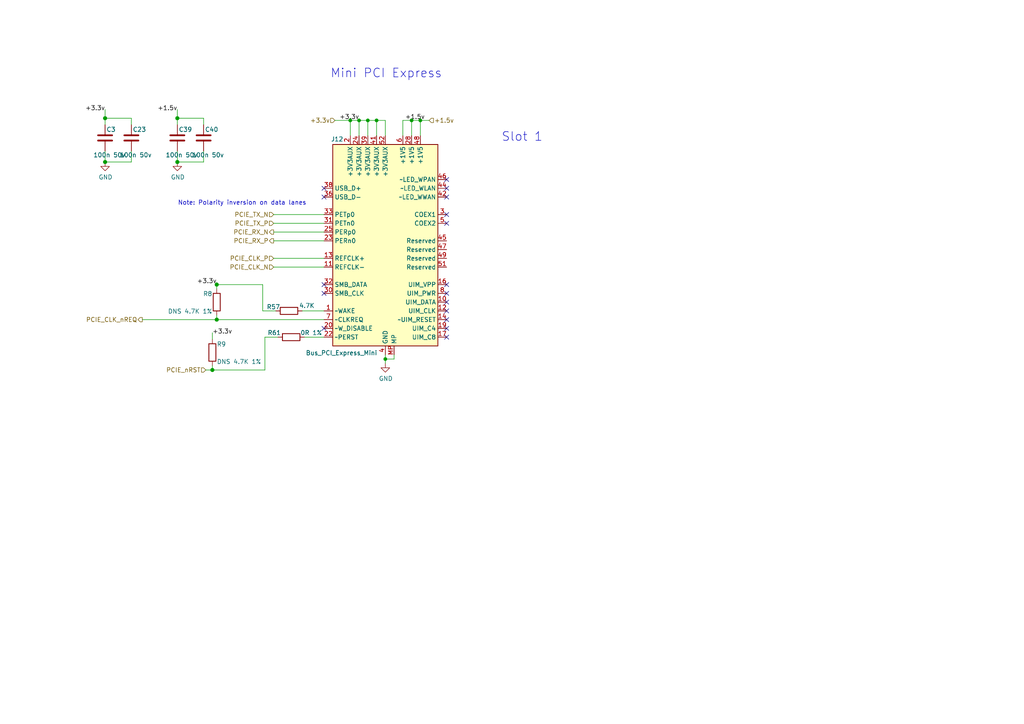
<source format=kicad_sch>
(kicad_sch (version 20210621) (generator eeschema)
  (paper "A4")
  (title_block (title "AP3500v2") (date "2021-01-19") (rev "1") (company "(c) ISis ImageStream Internet Solutions 2020") (comment 1 "www.imagestream.com"))
  (lib_symbols
    (symbol "Connector:Bus_PCI_Express_Mini"
      (property "Reference" "J" (at -16.51 31.75 0))
      (property "Value" "Bus_PCI_Express_Mini" (at 22.86 31.75 0))
      (symbol "Bus_PCI_Express_Mini_0_1"
        (rectangle (start -15.24 30.48) (end 15.24 -27.94) (stroke (width 0.254)) (fill (type background)))
      )
      (symbol "Bus_PCI_Express_Mini_1_1"
        (pin open_collector line (at -17.78 -17.78 0) (length 2.54) (name "~WAKE") (number "1"))
        (pin bidirectional line (at 17.78 -15.24 180) (length 2.54) (name "UIM_DATA") (number "10"))
        (pin input line (at -17.78 -5.08 0) (length 2.54) (name "REFCLK-") (number "11"))
        (pin output line (at 17.78 -17.78 180) (length 2.54) (name "UIM_CLK") (number "12"))
        (pin input line (at -17.78 -2.54 0) (length 2.54) (name "REFCLK+") (number "13"))
        (pin output line (at 17.78 -20.32 180) (length 2.54) (name "~UIM_RESET") (number "14"))
        (pin passive line (at 0 -30.48 90) (length 2.54) hide (name "GND") (number "15"))
        (pin power_out line (at 17.78 -10.16 180) (length 2.54) (name "UIM_VPP") (number "16"))
        (pin passive line (at 17.78 -25.4 180) (length 2.54) (name "UIM_C8") (number "17"))
        (pin passive line (at 0 -30.48 90) (length 2.54) hide (name "GND") (number "18"))
        (pin passive line (at 17.78 -22.86 180) (length 2.54) (name "UIM_C4") (number "19"))
        (pin power_in line (at -10.16 33.02 270) (length 2.54) (name "+3V3AUX") (number "2"))
        (pin input line (at -17.78 -22.86 0) (length 2.54) (name "~W_DISABLE") (number "20"))
        (pin passive line (at 0 -30.48 90) (length 2.54) hide (name "GND") (number "21"))
        (pin input line (at -17.78 -25.4 0) (length 2.54) (name "~PERST") (number "22"))
        (pin output line (at -17.78 2.54 0) (length 2.54) (name "PERn0") (number "23"))
        (pin power_in line (at -7.62 33.02 270) (length 2.54) (name "+3V3AUX") (number "24"))
        (pin output line (at -17.78 5.08 0) (length 2.54) (name "PERp0") (number "25"))
        (pin passive line (at 0 -30.48 90) (length 2.54) hide (name "GND") (number "26"))
        (pin passive line (at 0 -30.48 90) (length 2.54) hide (name "GND") (number "27"))
        (pin power_in line (at 7.62 33.02 270) (length 2.54) (name "+1V5") (number "28"))
        (pin passive line (at 0 -30.48 90) (length 2.54) hide (name "GND") (number "29"))
        (pin passive line (at 17.78 10.16 180) (length 2.54) (name "COEX1") (number "3"))
        (pin input line (at -17.78 -12.7 0) (length 2.54) (name "SMB_CLK") (number "30"))
        (pin input line (at -17.78 7.62 0) (length 2.54) (name "PETn0") (number "31"))
        (pin bidirectional line (at -17.78 -10.16 0) (length 2.54) (name "SMB_DATA") (number "32"))
        (pin input line (at -17.78 10.16 0) (length 2.54) (name "PETp0") (number "33"))
        (pin passive line (at 0 -30.48 90) (length 2.54) hide (name "GND") (number "34"))
        (pin passive line (at 0 -30.48 90) (length 2.54) hide (name "GND") (number "35"))
        (pin bidirectional line (at -17.78 15.24 0) (length 2.54) (name "USB_D-") (number "36"))
        (pin passive line (at 0 -30.48 90) (length 2.54) hide (name "GND") (number "37"))
        (pin bidirectional line (at -17.78 17.78 0) (length 2.54) (name "USB_D+") (number "38"))
        (pin power_in line (at -5.08 33.02 270) (length 2.54) (name "+3V3AUX") (number "39"))
        (pin power_in line (at 0 -30.48 90) (length 2.54) (name "GND") (number "4"))
        (pin passive line (at 0 -30.48 90) (length 2.54) hide (name "GND") (number "40"))
        (pin power_in line (at -2.54 33.02 270) (length 2.54) (name "+3V3AUX") (number "41"))
        (pin open_collector line (at 17.78 15.24 180) (length 2.54) (name "~LED_WWAN") (number "42"))
        (pin passive line (at 0 -30.48 90) (length 2.54) hide (name "GND") (number "43"))
        (pin open_collector line (at 17.78 17.78 180) (length 2.54) (name "~LED_WLAN") (number "44"))
        (pin passive line (at 17.78 2.54 180) (length 2.54) (name "Reserved") (number "45"))
        (pin open_collector line (at 17.78 20.32 180) (length 2.54) (name "~LED_WPAN") (number "46"))
        (pin passive line (at 17.78 0 180) (length 2.54) (name "Reserved") (number "47"))
        (pin power_in line (at 10.16 33.02 270) (length 2.54) (name "+1V5") (number "48"))
        (pin passive line (at 17.78 -2.54 180) (length 2.54) (name "Reserved") (number "49"))
        (pin passive line (at 17.78 7.62 180) (length 2.54) (name "COEX2") (number "5"))
        (pin passive line (at 0 -30.48 90) (length 2.54) hide (name "GND") (number "50"))
        (pin passive line (at 17.78 -5.08 180) (length 2.54) (name "Reserved") (number "51"))
        (pin power_in line (at 0 33.02 270) (length 2.54) (name "+3V3AUX") (number "52"))
        (pin power_in line (at 5.08 33.02 270) (length 2.54) (name "+1V5") (number "6"))
        (pin open_collector line (at -17.78 -20.32 0) (length 2.54) (name "~CLKREQ") (number "7"))
        (pin power_out line (at 17.78 -12.7 180) (length 2.54) (name "UIM_PWR") (number "8"))
        (pin passive line (at 0 -30.48 90) (length 2.54) hide (name "GND") (number "9"))
        (pin passive line (at 2.54 -30.48 90) (length 2.54) (name "MP") (number "MP"))
      )
    )
    (symbol "Device:C" (pin_numbers hide) (pin_names (offset 0.254))
      (property "Reference" "C" (at 0.635 2.54 0))
      (property "Value" "C" (at 0.635 -2.54 0))
      (symbol "C_0_1"
        (polyline (pts (xy -2.032 -0.762) (xy 2.032 -0.762)) (stroke (width 0.508)))
        (polyline (pts (xy -2.032 0.762) (xy 2.032 0.762)) (stroke (width 0.508)))
      )
      (symbol "C_1_1"
        (pin passive line (at 0 3.81 270) (length 2.794) (name "~") (number "1"))
        (pin passive line (at 0 -3.81 90) (length 2.794) (name "~") (number "2"))
      )
    )
    (symbol "Device:R" (pin_numbers hide) (pin_names (offset 0))
      (property "Reference" "R" (at 2.032 0 90))
      (property "Value" "R" (at 0 0 90))
      (symbol "R_0_1"
        (rectangle (start -1.016 -2.54) (end 1.016 2.54) (stroke (width 0.254)))
      )
      (symbol "R_1_1"
        (pin passive line (at 0 3.81 270) (length 1.27) (name "~") (number "1"))
        (pin passive line (at 0 -3.81 90) (length 1.27) (name "~") (number "2"))
      )
    )
    (symbol "power:GND" (power) (pin_names (offset 0))
      (property "Value" "GND" (at 0 -3.81 0))
      (symbol "GND_0_1"
        (polyline (pts (xy 0 0) (xy 0 -1.27) (xy 1.27 -1.27) (xy 0 -2.54) (xy -1.27 -1.27) (xy 0 -1.27)))
      )
      (symbol "GND_1_1"
        (pin power_in line (at 0 0 270) (length 0) hide (name "GND") (number "1"))
      )
    )
  )
  (junction (at 30.48 34.29) (diameter 1.016))
  (junction (at 30.48 46.99) (diameter 1.016))
  (junction (at 51.435 34.29) (diameter 1.016))
  (junction (at 51.435 46.99) (diameter 1.016))
  (junction (at 61.595 107.315) (diameter 1.016))
  (junction (at 62.865 82.55) (diameter 1.016))
  (junction (at 62.865 92.71) (diameter 1.016))
  (junction (at 101.6 34.925) (diameter 0.9144))
  (junction (at 104.14 34.925) (diameter 0.9144))
  (junction (at 106.68 34.925) (diameter 0.9144))
  (junction (at 109.22 34.925) (diameter 0.9144))
  (junction (at 111.76 104.14) (diameter 0.9144))
  (junction (at 119.38 34.925) (diameter 0.9144))
  (junction (at 121.92 34.925) (diameter 0.9144))
  (no_connect (at 93.98 54.61))
  (no_connect (at 93.98 57.15))
  (no_connect (at 93.98 82.55))
  (no_connect (at 93.98 85.09))
  (no_connect (at 93.98 95.25))
  (no_connect (at 129.54 52.07))
  (no_connect (at 129.54 54.61))
  (no_connect (at 129.54 57.15))
  (no_connect (at 129.54 62.23))
  (no_connect (at 129.54 64.77))
  (no_connect (at 129.54 82.55))
  (no_connect (at 129.54 85.09))
  (no_connect (at 129.54 87.63))
  (no_connect (at 129.54 90.17))
  (no_connect (at 129.54 92.71))
  (no_connect (at 129.54 95.25))
  (no_connect (at 129.54 97.79))
  (wire (pts (xy 30.48 31.75) (xy 30.48 34.29)))
  (wire (pts (xy 30.48 34.29) (xy 38.1 34.29)))
  (wire (pts (xy 30.48 36.195) (xy 30.48 34.29)))
  (wire (pts (xy 30.48 43.815) (xy 30.48 46.99)))
  (wire (pts (xy 30.48 46.99) (xy 38.1 46.99)))
  (wire (pts (xy 38.1 36.195) (xy 38.1 34.29)))
  (wire (pts (xy 38.1 43.815) (xy 38.1 46.99)))
  (wire (pts (xy 41.275 92.71) (xy 62.865 92.71)))
  (wire (pts (xy 51.435 31.75) (xy 51.435 34.29)))
  (wire (pts (xy 51.435 34.29) (xy 59.055 34.29)))
  (wire (pts (xy 51.435 36.195) (xy 51.435 34.29)))
  (wire (pts (xy 51.435 43.815) (xy 51.435 46.99)))
  (wire (pts (xy 51.435 46.99) (xy 59.055 46.99)))
  (wire (pts (xy 59.055 36.195) (xy 59.055 34.29)))
  (wire (pts (xy 59.055 43.815) (xy 59.055 46.99)))
  (wire (pts (xy 59.69 107.315) (xy 61.595 107.315)))
  (wire (pts (xy 61.595 96.52) (xy 61.595 98.425)))
  (wire (pts (xy 61.595 106.045) (xy 61.595 107.315)))
  (wire (pts (xy 62.865 81.915) (xy 62.865 82.55)))
  (wire (pts (xy 62.865 82.55) (xy 62.865 83.82)))
  (wire (pts (xy 62.865 91.44) (xy 62.865 92.71)))
  (wire (pts (xy 62.865 92.71) (xy 93.98 92.71)))
  (wire (pts (xy 76.2 82.55) (xy 62.865 82.55)))
  (wire (pts (xy 76.2 82.55) (xy 76.2 90.17)))
  (wire (pts (xy 76.835 97.79) (xy 76.835 107.315)))
  (wire (pts (xy 76.835 97.79) (xy 80.645 97.79)))
  (wire (pts (xy 76.835 107.315) (xy 61.595 107.315)))
  (wire (pts (xy 79.375 62.23) (xy 93.98 62.23)))
  (wire (pts (xy 79.375 64.77) (xy 93.98 64.77)))
  (wire (pts (xy 79.375 67.31) (xy 93.98 67.31)))
  (wire (pts (xy 79.375 69.85) (xy 93.98 69.85)))
  (wire (pts (xy 79.375 74.93) (xy 93.98 74.93)))
  (wire (pts (xy 79.375 77.47) (xy 93.98 77.47)))
  (wire (pts (xy 80.01 90.17) (xy 76.2 90.17)))
  (wire (pts (xy 87.63 90.17) (xy 93.98 90.17)))
  (wire (pts (xy 88.265 97.79) (xy 93.98 97.79)))
  (wire (pts (xy 97.155 34.925) (xy 101.6 34.925)))
  (wire (pts (xy 101.6 34.925) (xy 101.6 39.37)))
  (wire (pts (xy 104.14 34.925) (xy 101.6 34.925)))
  (wire (pts (xy 104.14 34.925) (xy 106.68 34.925)))
  (wire (pts (xy 104.14 39.37) (xy 104.14 34.925)))
  (wire (pts (xy 106.68 34.925) (xy 106.68 39.37)))
  (wire (pts (xy 106.68 34.925) (xy 109.22 34.925)))
  (wire (pts (xy 109.22 34.925) (xy 109.22 39.37)))
  (wire (pts (xy 109.22 34.925) (xy 111.76 34.925)))
  (wire (pts (xy 111.76 34.925) (xy 111.76 39.37)))
  (wire (pts (xy 111.76 102.87) (xy 111.76 104.14)))
  (wire (pts (xy 111.76 104.14) (xy 111.76 105.41)))
  (wire (pts (xy 114.3 102.87) (xy 114.3 104.14)))
  (wire (pts (xy 114.3 104.14) (xy 111.76 104.14)))
  (wire (pts (xy 116.84 34.925) (xy 119.38 34.925)))
  (wire (pts (xy 116.84 39.37) (xy 116.84 34.925)))
  (wire (pts (xy 119.38 34.925) (xy 121.92 34.925)))
  (wire (pts (xy 119.38 39.37) (xy 119.38 34.925)))
  (wire (pts (xy 121.92 34.925) (xy 121.92 39.37)))
  (wire (pts (xy 124.46 34.925) (xy 121.92 34.925)))
  (text "Note: Polarity inversion on data lanes" (at 88.9 59.69 180) (effects (font (size 1.27 1.27)) (justify right bottom)))
  (text "Mini PCI Express" (at 128.27 22.86 180) (effects (font (size 2.54 2.54)) (justify right bottom)))
  (text "Slot 1" (at 157.48 41.275 180) (effects (font (size 2.54 2.54)) (justify right bottom)))
  (label "+3.3v" (at 30.48 32.385 180))
  (label "+1.5v" (at 51.435 32.385 180))
  (label "+3.3v" (at 61.595 97.155 0))
  (label "+3.3v" (at 62.865 82.55 180))
  (label "+3.3v" (at 98.425 34.925 0))
  (label "+1.5v" (at 117.475 34.925 0))
  (hierarchical_label "PCIE_CLK_nREQ" (shape output) (at 41.275 92.71 180))
  (hierarchical_label "PCIE_nRST" (shape input) (at 59.69 107.315 180))
  (hierarchical_label "PCIE_TX_N" (shape input) (at 79.375 62.23 180))
  (hierarchical_label "PCIE_TX_P" (shape input) (at 79.375 64.77 180))
  (hierarchical_label "PCIE_RX_N" (shape output) (at 79.375 67.31 180))
  (hierarchical_label "PCIE_RX_P" (shape output) (at 79.375 69.85 180))
  (hierarchical_label "PCIE_CLK_P" (shape input) (at 79.375 74.93 180))
  (hierarchical_label "PCIE_CLK_N" (shape input) (at 79.375 77.47 180))
  (hierarchical_label "+3.3v" (shape input) (at 97.155 34.925 180))
  (hierarchical_label "+1.5v" (shape input) (at 124.46 34.925 0))
  (symbol (lib_id "power:GND") (at 30.48 46.99 0) (unit 1)
    (property "Reference" "#PWR0114" (effects hide))
    (property "Value" "GND" (at 30.607 51.3842 0))
  )
  (symbol (lib_id "power:GND") (at 51.435 46.99 0) (unit 1)
    (property "Reference" "#PWR0113" (effects hide))
    (property "Value" "GND" (at 51.562 51.3842 0))
  )
  (symbol (lib_id "power:GND") (at 111.76 105.41 0) (unit 1)
    (property "Reference" "#PWR0138" (effects hide))
    (property "Value" "GND" (at 111.887 109.8042 0))
  )
  (symbol (lib_id "Device:R") (at 61.595 102.235 0) (mirror x) (unit 1)
    (property "Reference" "R9" (at 62.865 99.822 0) (effects (justify left)))
    (property "Value" "DNS 4.7K 1%" (at 62.865 104.902 0) (effects (justify left)))
    (property "Footprint" "Resistor_SMD:R_0603_1608Metric" (effects hide))
    (property "PartsBoxID" "0603-4.7K-1%" (effects hide))
  )
  (symbol (lib_id "Device:R") (at 62.865 87.63 180) (unit 1)
    (property "Reference" "R8" (at 61.595 85.217 0) (effects (justify left)))
    (property "Value" "DNS 4.7K 1%" (at 61.595 90.297 0) (effects (justify left)))
    (property "Footprint" "Resistor_SMD:R_0603_1608Metric" (effects hide))
    (property "PartsBoxID" "0603-4.7K-1%" (effects hide))
  )
  (symbol (lib_id "Device:R") (at 83.82 90.17 270) (mirror x) (unit 1)
    (property "Reference" "R57" (at 77.343 89.027 90) (effects (justify left)))
    (property "Value" "4.7K" (at 86.741 88.646 90) (effects (justify left)))
    (property "Footprint" "Resistor_SMD:R_0603_1608Metric" (effects hide))
    (property "PartsBoxID" "0603-4.7K-1%" (effects hide))
    (property "LCSC" "C23162" (effects hide))
  )
  (symbol (lib_id "Device:R") (at 84.455 97.79 270) (mirror x) (unit 1)
    (property "Reference" "R61" (at 77.597 96.52 90) (effects (justify left)))
    (property "Value" "0R 1%" (at 87.122 96.52 90) (effects (justify left)))
    (property "Footprint" "Resistor_SMD:R_0603_1608Metric" (effects hide))
    (property "LCSC" "C21189" (effects hide))
  )
  (symbol (lib_id "Device:C") (at 30.48 40.005 0) (unit 1)
    (property "Reference" "C3" (at 30.861 37.5666 0) (effects (justify left)))
    (property "Value" "100n 50v" (at 27.051 44.958 0) (effects (justify left)))
    (property "Footprint" "Capacitor_SMD:C_0603_1608Metric" (effects hide))
    (property "Part Description" ".1uF 10% or 20% 25V Ceramic Capacitor X7R 0402" (effects hide))
    (property "LCSC" "C14663" (effects hide))
  )
  (symbol (lib_id "Device:C") (at 38.1 40.005 0) (unit 1)
    (property "Reference" "C23" (at 38.481 37.5666 0) (effects (justify left)))
    (property "Value" "100n 50v" (at 34.671 44.958 0) (effects (justify left)))
    (property "Footprint" "Capacitor_SMD:C_0603_1608Metric" (effects hide))
    (property "Part Description" ".1uF 10% or 20% 25V Ceramic Capacitor X7R 0402" (effects hide))
    (property "LCSC" "C14663" (effects hide))
  )
  (symbol (lib_id "Device:C") (at 51.435 40.005 0) (unit 1)
    (property "Reference" "C39" (at 51.816 37.5666 0) (effects (justify left)))
    (property "Value" "100n 50v" (at 48.006 44.958 0) (effects (justify left)))
    (property "Footprint" "Capacitor_SMD:C_0603_1608Metric" (effects hide))
    (property "Part Description" ".1uF 10% or 20% 25V Ceramic Capacitor X7R 0402" (effects hide))
    (property "LCSC" "C14663" (effects hide))
  )
  (symbol (lib_id "Device:C") (at 59.055 40.005 0) (unit 1)
    (property "Reference" "C40" (at 59.436 37.5666 0) (effects (justify left)))
    (property "Value" "100n 50v" (at 55.626 44.958 0) (effects (justify left)))
    (property "Footprint" "Capacitor_SMD:C_0603_1608Metric" (effects hide))
    (property "Part Description" ".1uF 10% or 20% 25V Ceramic Capacitor X7R 0402" (effects hide))
    (property "LCSC" "C14663" (effects hide))
  )
  (symbol (lib_id "Connector:Bus_PCI_Express_Mini") (at 111.76 72.39 0) (unit 1)
    (property "Reference" "J12" (at 97.79 40.3606 0))
    (property "Value" "Bus_PCI_Express_Mini" (at 99.06 102.362 0))
    (property "Footprint" "Scott:BUS_PCI_Express_Mini_Full" (effects hide))
    (property "MFR" "-" (effects hide))
    (property "MPN" "-" (effects hide))
    (property "SPR" "-" (effects hide))
    (property "SPN" "-" (effects hide))
    (property "SPURL" "-" (effects hide))
    (property "PartsBoxID" "1775838-2" (effects hide))
    (property "LCSC" "C404121" (effects hide))
    (property "Spacer" "9774025243R" (effects hide))
  )
)
</source>
